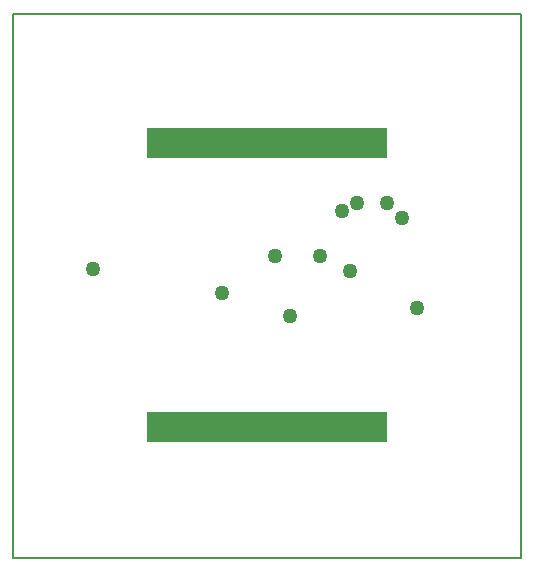
<source format=gts>
G04 PROTEUS RS274X GERBER FILE*
%FSLAX24Y24*%
%MOIN*%
%ADD70C,0.0500*%
%ADD71R,0.1000X0.1000*%
%ADD14C,0.0050*%
G54D70*
X-1500Y-250D03*
X+250Y+1000D03*
X+2750Y+500D03*
X+750Y-1000D03*
X+5000Y-750D03*
X+1750Y+1000D03*
X+2500Y+2500D03*
X+4000Y+2750D03*
X+3000Y+2750D03*
X-5815Y+580D03*
X+4500Y+2250D03*
G54D71*
X-3503Y-4685D03*
X-2503Y-4685D03*
X-1503Y-4685D03*
X-503Y-4685D03*
X+496Y-4685D03*
X+1496Y-4685D03*
X+2496Y-4685D03*
X+3496Y-4685D03*
X+3496Y+4763D03*
X+2496Y+4763D03*
X+1496Y+4763D03*
X+496Y+4763D03*
X-503Y+4763D03*
X-1503Y+4763D03*
X-2503Y+4763D03*
X-3503Y+4763D03*
G54D14*
X-8464Y-9055D02*
X+8464Y-9055D01*
X+8464Y+9055D01*
X-8464Y+9055D01*
X-8464Y-9055D01*
M00*

</source>
